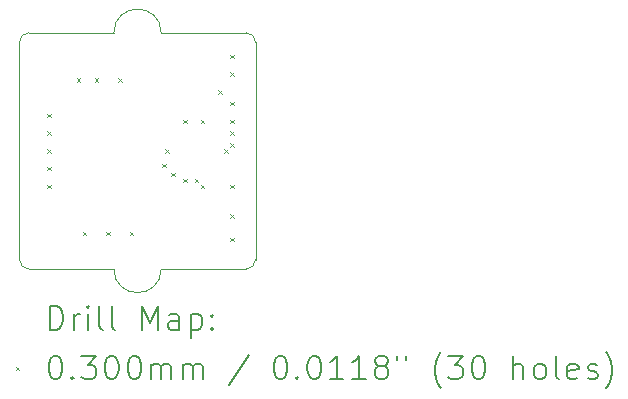
<source format=gbr>
%TF.GenerationSoftware,KiCad,Pcbnew,9.0.3*%
%TF.CreationDate,2025-07-12T02:05:46+02:00*%
%TF.ProjectId,ialed,69616c65-642e-46b6-9963-61645f706362,rev?*%
%TF.SameCoordinates,Original*%
%TF.FileFunction,Drillmap*%
%TF.FilePolarity,Positive*%
%FSLAX45Y45*%
G04 Gerber Fmt 4.5, Leading zero omitted, Abs format (unit mm)*
G04 Created by KiCad (PCBNEW 9.0.3) date 2025-07-12 02:05:46*
%MOMM*%
%LPD*%
G01*
G04 APERTURE LIST*
%ADD10C,0.050000*%
%ADD11C,0.200000*%
%ADD12C,0.100000*%
G04 APERTURE END LIST*
D10*
X1200000Y0D02*
X1920000Y0D01*
X800000Y0D02*
G75*
G02*
X1200000Y0I200000J0D01*
G01*
X2000000Y-1920000D02*
X2000000Y-80000D01*
X0Y-1920000D02*
X0Y-80000D01*
X80000Y0D02*
X800000Y0D01*
X80000Y-2000000D02*
X800000Y-2000000D01*
X2000000Y-1920000D02*
G75*
G02*
X1920000Y-2000000I-80000J0D01*
G01*
X1200000Y-2000000D02*
G75*
G02*
X800000Y-2000000I-200000J0D01*
G01*
X1200000Y-2000000D02*
X1920000Y-2000000D01*
X0Y-80000D02*
G75*
G02*
X80000Y0I80000J0D01*
G01*
X80000Y-2000000D02*
G75*
G02*
X0Y-1920000I0J80000D01*
G01*
X1920000Y0D02*
G75*
G02*
X2000000Y-80000I0J-80000D01*
G01*
D11*
D12*
X235000Y-685000D02*
X265000Y-715000D01*
X265000Y-685000D02*
X235000Y-715000D01*
X235000Y-835000D02*
X265000Y-865000D01*
X265000Y-835000D02*
X235000Y-865000D01*
X235000Y-985000D02*
X265000Y-1015000D01*
X265000Y-985000D02*
X235000Y-1015000D01*
X235000Y-1135000D02*
X265000Y-1165000D01*
X265000Y-1135000D02*
X235000Y-1165000D01*
X235000Y-1285000D02*
X265000Y-1315000D01*
X265000Y-1285000D02*
X235000Y-1315000D01*
X485000Y-385000D02*
X515000Y-415000D01*
X515000Y-385000D02*
X485000Y-415000D01*
X535000Y-1685000D02*
X565000Y-1715000D01*
X565000Y-1685000D02*
X535000Y-1715000D01*
X638798Y-385000D02*
X668798Y-415000D01*
X668798Y-385000D02*
X638798Y-415000D01*
X735000Y-1685000D02*
X765000Y-1715000D01*
X765000Y-1685000D02*
X735000Y-1715000D01*
X835000Y-385000D02*
X865000Y-415000D01*
X865000Y-385000D02*
X835000Y-415000D01*
X935000Y-1685000D02*
X965000Y-1715000D01*
X965000Y-1685000D02*
X935000Y-1715000D01*
X1210000Y-1110000D02*
X1240000Y-1140000D01*
X1240000Y-1110000D02*
X1210000Y-1140000D01*
X1235000Y-985000D02*
X1265000Y-1015000D01*
X1265000Y-985000D02*
X1235000Y-1015000D01*
X1285000Y-1185000D02*
X1315000Y-1215000D01*
X1315000Y-1185000D02*
X1285000Y-1215000D01*
X1385000Y-735000D02*
X1415000Y-765000D01*
X1415000Y-735000D02*
X1385000Y-765000D01*
X1385000Y-1235000D02*
X1415000Y-1265000D01*
X1415000Y-1235000D02*
X1385000Y-1265000D01*
X1485000Y-1235000D02*
X1515000Y-1265000D01*
X1515000Y-1235000D02*
X1485000Y-1265000D01*
X1535000Y-735000D02*
X1565000Y-765000D01*
X1565000Y-735000D02*
X1535000Y-765000D01*
X1535000Y-1285000D02*
X1565000Y-1315000D01*
X1565000Y-1285000D02*
X1535000Y-1315000D01*
X1685000Y-485000D02*
X1715000Y-515000D01*
X1715000Y-485000D02*
X1685000Y-515000D01*
X1735000Y-985000D02*
X1765000Y-1015000D01*
X1765000Y-985000D02*
X1735000Y-1015000D01*
X1785000Y-185000D02*
X1815000Y-215000D01*
X1815000Y-185000D02*
X1785000Y-215000D01*
X1785000Y-335000D02*
X1815000Y-365000D01*
X1815000Y-335000D02*
X1785000Y-365000D01*
X1785000Y-585000D02*
X1815000Y-615000D01*
X1815000Y-585000D02*
X1785000Y-615000D01*
X1785000Y-735000D02*
X1815000Y-765000D01*
X1815000Y-735000D02*
X1785000Y-765000D01*
X1785000Y-835000D02*
X1815000Y-865000D01*
X1815000Y-835000D02*
X1785000Y-865000D01*
X1785000Y-935000D02*
X1815000Y-965000D01*
X1815000Y-935000D02*
X1785000Y-965000D01*
X1785000Y-1285000D02*
X1815000Y-1315000D01*
X1815000Y-1285000D02*
X1785000Y-1315000D01*
X1785000Y-1535000D02*
X1815000Y-1565000D01*
X1815000Y-1535000D02*
X1785000Y-1565000D01*
X1785000Y-1735000D02*
X1815000Y-1765000D01*
X1815000Y-1735000D02*
X1785000Y-1765000D01*
D11*
X258277Y-2513984D02*
X258277Y-2313984D01*
X258277Y-2313984D02*
X305896Y-2313984D01*
X305896Y-2313984D02*
X334467Y-2323508D01*
X334467Y-2323508D02*
X353515Y-2342555D01*
X353515Y-2342555D02*
X363039Y-2361603D01*
X363039Y-2361603D02*
X372562Y-2399698D01*
X372562Y-2399698D02*
X372562Y-2428270D01*
X372562Y-2428270D02*
X363039Y-2466365D01*
X363039Y-2466365D02*
X353515Y-2485412D01*
X353515Y-2485412D02*
X334467Y-2504460D01*
X334467Y-2504460D02*
X305896Y-2513984D01*
X305896Y-2513984D02*
X258277Y-2513984D01*
X458277Y-2513984D02*
X458277Y-2380650D01*
X458277Y-2418746D02*
X467801Y-2399698D01*
X467801Y-2399698D02*
X477324Y-2390174D01*
X477324Y-2390174D02*
X496372Y-2380650D01*
X496372Y-2380650D02*
X515420Y-2380650D01*
X582086Y-2513984D02*
X582086Y-2380650D01*
X582086Y-2313984D02*
X572563Y-2323508D01*
X572563Y-2323508D02*
X582086Y-2333031D01*
X582086Y-2333031D02*
X591610Y-2323508D01*
X591610Y-2323508D02*
X582086Y-2313984D01*
X582086Y-2313984D02*
X582086Y-2333031D01*
X705896Y-2513984D02*
X686848Y-2504460D01*
X686848Y-2504460D02*
X677324Y-2485412D01*
X677324Y-2485412D02*
X677324Y-2313984D01*
X810658Y-2513984D02*
X791610Y-2504460D01*
X791610Y-2504460D02*
X782086Y-2485412D01*
X782086Y-2485412D02*
X782086Y-2313984D01*
X1039229Y-2513984D02*
X1039229Y-2313984D01*
X1039229Y-2313984D02*
X1105896Y-2456841D01*
X1105896Y-2456841D02*
X1172563Y-2313984D01*
X1172563Y-2313984D02*
X1172563Y-2513984D01*
X1353515Y-2513984D02*
X1353515Y-2409222D01*
X1353515Y-2409222D02*
X1343991Y-2390174D01*
X1343991Y-2390174D02*
X1324944Y-2380650D01*
X1324944Y-2380650D02*
X1286848Y-2380650D01*
X1286848Y-2380650D02*
X1267801Y-2390174D01*
X1353515Y-2504460D02*
X1334467Y-2513984D01*
X1334467Y-2513984D02*
X1286848Y-2513984D01*
X1286848Y-2513984D02*
X1267801Y-2504460D01*
X1267801Y-2504460D02*
X1258277Y-2485412D01*
X1258277Y-2485412D02*
X1258277Y-2466365D01*
X1258277Y-2466365D02*
X1267801Y-2447317D01*
X1267801Y-2447317D02*
X1286848Y-2437793D01*
X1286848Y-2437793D02*
X1334467Y-2437793D01*
X1334467Y-2437793D02*
X1353515Y-2428270D01*
X1448753Y-2380650D02*
X1448753Y-2580650D01*
X1448753Y-2390174D02*
X1467801Y-2380650D01*
X1467801Y-2380650D02*
X1505896Y-2380650D01*
X1505896Y-2380650D02*
X1524943Y-2390174D01*
X1524943Y-2390174D02*
X1534467Y-2399698D01*
X1534467Y-2399698D02*
X1543991Y-2418746D01*
X1543991Y-2418746D02*
X1543991Y-2475889D01*
X1543991Y-2475889D02*
X1534467Y-2494936D01*
X1534467Y-2494936D02*
X1524943Y-2504460D01*
X1524943Y-2504460D02*
X1505896Y-2513984D01*
X1505896Y-2513984D02*
X1467801Y-2513984D01*
X1467801Y-2513984D02*
X1448753Y-2504460D01*
X1629705Y-2494936D02*
X1639229Y-2504460D01*
X1639229Y-2504460D02*
X1629705Y-2513984D01*
X1629705Y-2513984D02*
X1620182Y-2504460D01*
X1620182Y-2504460D02*
X1629705Y-2494936D01*
X1629705Y-2494936D02*
X1629705Y-2513984D01*
X1629705Y-2390174D02*
X1639229Y-2399698D01*
X1639229Y-2399698D02*
X1629705Y-2409222D01*
X1629705Y-2409222D02*
X1620182Y-2399698D01*
X1620182Y-2399698D02*
X1629705Y-2390174D01*
X1629705Y-2390174D02*
X1629705Y-2409222D01*
D12*
X-32500Y-2827500D02*
X-2500Y-2857500D01*
X-2500Y-2827500D02*
X-32500Y-2857500D01*
D11*
X296372Y-2733984D02*
X315420Y-2733984D01*
X315420Y-2733984D02*
X334467Y-2743508D01*
X334467Y-2743508D02*
X343991Y-2753031D01*
X343991Y-2753031D02*
X353515Y-2772079D01*
X353515Y-2772079D02*
X363039Y-2810174D01*
X363039Y-2810174D02*
X363039Y-2857793D01*
X363039Y-2857793D02*
X353515Y-2895888D01*
X353515Y-2895888D02*
X343991Y-2914936D01*
X343991Y-2914936D02*
X334467Y-2924460D01*
X334467Y-2924460D02*
X315420Y-2933984D01*
X315420Y-2933984D02*
X296372Y-2933984D01*
X296372Y-2933984D02*
X277324Y-2924460D01*
X277324Y-2924460D02*
X267801Y-2914936D01*
X267801Y-2914936D02*
X258277Y-2895888D01*
X258277Y-2895888D02*
X248753Y-2857793D01*
X248753Y-2857793D02*
X248753Y-2810174D01*
X248753Y-2810174D02*
X258277Y-2772079D01*
X258277Y-2772079D02*
X267801Y-2753031D01*
X267801Y-2753031D02*
X277324Y-2743508D01*
X277324Y-2743508D02*
X296372Y-2733984D01*
X448753Y-2914936D02*
X458277Y-2924460D01*
X458277Y-2924460D02*
X448753Y-2933984D01*
X448753Y-2933984D02*
X439229Y-2924460D01*
X439229Y-2924460D02*
X448753Y-2914936D01*
X448753Y-2914936D02*
X448753Y-2933984D01*
X524944Y-2733984D02*
X648753Y-2733984D01*
X648753Y-2733984D02*
X582086Y-2810174D01*
X582086Y-2810174D02*
X610658Y-2810174D01*
X610658Y-2810174D02*
X629705Y-2819698D01*
X629705Y-2819698D02*
X639229Y-2829222D01*
X639229Y-2829222D02*
X648753Y-2848269D01*
X648753Y-2848269D02*
X648753Y-2895888D01*
X648753Y-2895888D02*
X639229Y-2914936D01*
X639229Y-2914936D02*
X629705Y-2924460D01*
X629705Y-2924460D02*
X610658Y-2933984D01*
X610658Y-2933984D02*
X553515Y-2933984D01*
X553515Y-2933984D02*
X534467Y-2924460D01*
X534467Y-2924460D02*
X524944Y-2914936D01*
X772562Y-2733984D02*
X791610Y-2733984D01*
X791610Y-2733984D02*
X810658Y-2743508D01*
X810658Y-2743508D02*
X820182Y-2753031D01*
X820182Y-2753031D02*
X829705Y-2772079D01*
X829705Y-2772079D02*
X839229Y-2810174D01*
X839229Y-2810174D02*
X839229Y-2857793D01*
X839229Y-2857793D02*
X829705Y-2895888D01*
X829705Y-2895888D02*
X820182Y-2914936D01*
X820182Y-2914936D02*
X810658Y-2924460D01*
X810658Y-2924460D02*
X791610Y-2933984D01*
X791610Y-2933984D02*
X772562Y-2933984D01*
X772562Y-2933984D02*
X753515Y-2924460D01*
X753515Y-2924460D02*
X743991Y-2914936D01*
X743991Y-2914936D02*
X734467Y-2895888D01*
X734467Y-2895888D02*
X724943Y-2857793D01*
X724943Y-2857793D02*
X724943Y-2810174D01*
X724943Y-2810174D02*
X734467Y-2772079D01*
X734467Y-2772079D02*
X743991Y-2753031D01*
X743991Y-2753031D02*
X753515Y-2743508D01*
X753515Y-2743508D02*
X772562Y-2733984D01*
X963039Y-2733984D02*
X982086Y-2733984D01*
X982086Y-2733984D02*
X1001134Y-2743508D01*
X1001134Y-2743508D02*
X1010658Y-2753031D01*
X1010658Y-2753031D02*
X1020182Y-2772079D01*
X1020182Y-2772079D02*
X1029705Y-2810174D01*
X1029705Y-2810174D02*
X1029705Y-2857793D01*
X1029705Y-2857793D02*
X1020182Y-2895888D01*
X1020182Y-2895888D02*
X1010658Y-2914936D01*
X1010658Y-2914936D02*
X1001134Y-2924460D01*
X1001134Y-2924460D02*
X982086Y-2933984D01*
X982086Y-2933984D02*
X963039Y-2933984D01*
X963039Y-2933984D02*
X943991Y-2924460D01*
X943991Y-2924460D02*
X934467Y-2914936D01*
X934467Y-2914936D02*
X924943Y-2895888D01*
X924943Y-2895888D02*
X915420Y-2857793D01*
X915420Y-2857793D02*
X915420Y-2810174D01*
X915420Y-2810174D02*
X924943Y-2772079D01*
X924943Y-2772079D02*
X934467Y-2753031D01*
X934467Y-2753031D02*
X943991Y-2743508D01*
X943991Y-2743508D02*
X963039Y-2733984D01*
X1115420Y-2933984D02*
X1115420Y-2800650D01*
X1115420Y-2819698D02*
X1124944Y-2810174D01*
X1124944Y-2810174D02*
X1143991Y-2800650D01*
X1143991Y-2800650D02*
X1172563Y-2800650D01*
X1172563Y-2800650D02*
X1191610Y-2810174D01*
X1191610Y-2810174D02*
X1201134Y-2829222D01*
X1201134Y-2829222D02*
X1201134Y-2933984D01*
X1201134Y-2829222D02*
X1210658Y-2810174D01*
X1210658Y-2810174D02*
X1229705Y-2800650D01*
X1229705Y-2800650D02*
X1258277Y-2800650D01*
X1258277Y-2800650D02*
X1277325Y-2810174D01*
X1277325Y-2810174D02*
X1286848Y-2829222D01*
X1286848Y-2829222D02*
X1286848Y-2933984D01*
X1382086Y-2933984D02*
X1382086Y-2800650D01*
X1382086Y-2819698D02*
X1391610Y-2810174D01*
X1391610Y-2810174D02*
X1410658Y-2800650D01*
X1410658Y-2800650D02*
X1439229Y-2800650D01*
X1439229Y-2800650D02*
X1458277Y-2810174D01*
X1458277Y-2810174D02*
X1467801Y-2829222D01*
X1467801Y-2829222D02*
X1467801Y-2933984D01*
X1467801Y-2829222D02*
X1477324Y-2810174D01*
X1477324Y-2810174D02*
X1496372Y-2800650D01*
X1496372Y-2800650D02*
X1524943Y-2800650D01*
X1524943Y-2800650D02*
X1543991Y-2810174D01*
X1543991Y-2810174D02*
X1553515Y-2829222D01*
X1553515Y-2829222D02*
X1553515Y-2933984D01*
X1943991Y-2724460D02*
X1772563Y-2981603D01*
X2201134Y-2733984D02*
X2220182Y-2733984D01*
X2220182Y-2733984D02*
X2239229Y-2743508D01*
X2239229Y-2743508D02*
X2248753Y-2753031D01*
X2248753Y-2753031D02*
X2258277Y-2772079D01*
X2258277Y-2772079D02*
X2267801Y-2810174D01*
X2267801Y-2810174D02*
X2267801Y-2857793D01*
X2267801Y-2857793D02*
X2258277Y-2895888D01*
X2258277Y-2895888D02*
X2248753Y-2914936D01*
X2248753Y-2914936D02*
X2239229Y-2924460D01*
X2239229Y-2924460D02*
X2220182Y-2933984D01*
X2220182Y-2933984D02*
X2201134Y-2933984D01*
X2201134Y-2933984D02*
X2182087Y-2924460D01*
X2182087Y-2924460D02*
X2172563Y-2914936D01*
X2172563Y-2914936D02*
X2163039Y-2895888D01*
X2163039Y-2895888D02*
X2153515Y-2857793D01*
X2153515Y-2857793D02*
X2153515Y-2810174D01*
X2153515Y-2810174D02*
X2163039Y-2772079D01*
X2163039Y-2772079D02*
X2172563Y-2753031D01*
X2172563Y-2753031D02*
X2182087Y-2743508D01*
X2182087Y-2743508D02*
X2201134Y-2733984D01*
X2353515Y-2914936D02*
X2363039Y-2924460D01*
X2363039Y-2924460D02*
X2353515Y-2933984D01*
X2353515Y-2933984D02*
X2343991Y-2924460D01*
X2343991Y-2924460D02*
X2353515Y-2914936D01*
X2353515Y-2914936D02*
X2353515Y-2933984D01*
X2486848Y-2733984D02*
X2505896Y-2733984D01*
X2505896Y-2733984D02*
X2524944Y-2743508D01*
X2524944Y-2743508D02*
X2534468Y-2753031D01*
X2534468Y-2753031D02*
X2543991Y-2772079D01*
X2543991Y-2772079D02*
X2553515Y-2810174D01*
X2553515Y-2810174D02*
X2553515Y-2857793D01*
X2553515Y-2857793D02*
X2543991Y-2895888D01*
X2543991Y-2895888D02*
X2534468Y-2914936D01*
X2534468Y-2914936D02*
X2524944Y-2924460D01*
X2524944Y-2924460D02*
X2505896Y-2933984D01*
X2505896Y-2933984D02*
X2486848Y-2933984D01*
X2486848Y-2933984D02*
X2467801Y-2924460D01*
X2467801Y-2924460D02*
X2458277Y-2914936D01*
X2458277Y-2914936D02*
X2448753Y-2895888D01*
X2448753Y-2895888D02*
X2439229Y-2857793D01*
X2439229Y-2857793D02*
X2439229Y-2810174D01*
X2439229Y-2810174D02*
X2448753Y-2772079D01*
X2448753Y-2772079D02*
X2458277Y-2753031D01*
X2458277Y-2753031D02*
X2467801Y-2743508D01*
X2467801Y-2743508D02*
X2486848Y-2733984D01*
X2743991Y-2933984D02*
X2629706Y-2933984D01*
X2686848Y-2933984D02*
X2686848Y-2733984D01*
X2686848Y-2733984D02*
X2667801Y-2762555D01*
X2667801Y-2762555D02*
X2648753Y-2781603D01*
X2648753Y-2781603D02*
X2629706Y-2791127D01*
X2934467Y-2933984D02*
X2820182Y-2933984D01*
X2877325Y-2933984D02*
X2877325Y-2733984D01*
X2877325Y-2733984D02*
X2858277Y-2762555D01*
X2858277Y-2762555D02*
X2839229Y-2781603D01*
X2839229Y-2781603D02*
X2820182Y-2791127D01*
X3048753Y-2819698D02*
X3029706Y-2810174D01*
X3029706Y-2810174D02*
X3020182Y-2800650D01*
X3020182Y-2800650D02*
X3010658Y-2781603D01*
X3010658Y-2781603D02*
X3010658Y-2772079D01*
X3010658Y-2772079D02*
X3020182Y-2753031D01*
X3020182Y-2753031D02*
X3029706Y-2743508D01*
X3029706Y-2743508D02*
X3048753Y-2733984D01*
X3048753Y-2733984D02*
X3086848Y-2733984D01*
X3086848Y-2733984D02*
X3105896Y-2743508D01*
X3105896Y-2743508D02*
X3115420Y-2753031D01*
X3115420Y-2753031D02*
X3124944Y-2772079D01*
X3124944Y-2772079D02*
X3124944Y-2781603D01*
X3124944Y-2781603D02*
X3115420Y-2800650D01*
X3115420Y-2800650D02*
X3105896Y-2810174D01*
X3105896Y-2810174D02*
X3086848Y-2819698D01*
X3086848Y-2819698D02*
X3048753Y-2819698D01*
X3048753Y-2819698D02*
X3029706Y-2829222D01*
X3029706Y-2829222D02*
X3020182Y-2838746D01*
X3020182Y-2838746D02*
X3010658Y-2857793D01*
X3010658Y-2857793D02*
X3010658Y-2895888D01*
X3010658Y-2895888D02*
X3020182Y-2914936D01*
X3020182Y-2914936D02*
X3029706Y-2924460D01*
X3029706Y-2924460D02*
X3048753Y-2933984D01*
X3048753Y-2933984D02*
X3086848Y-2933984D01*
X3086848Y-2933984D02*
X3105896Y-2924460D01*
X3105896Y-2924460D02*
X3115420Y-2914936D01*
X3115420Y-2914936D02*
X3124944Y-2895888D01*
X3124944Y-2895888D02*
X3124944Y-2857793D01*
X3124944Y-2857793D02*
X3115420Y-2838746D01*
X3115420Y-2838746D02*
X3105896Y-2829222D01*
X3105896Y-2829222D02*
X3086848Y-2819698D01*
X3201134Y-2733984D02*
X3201134Y-2772079D01*
X3277325Y-2733984D02*
X3277325Y-2772079D01*
X3572563Y-3010174D02*
X3563039Y-3000650D01*
X3563039Y-3000650D02*
X3543991Y-2972079D01*
X3543991Y-2972079D02*
X3534468Y-2953031D01*
X3534468Y-2953031D02*
X3524944Y-2924460D01*
X3524944Y-2924460D02*
X3515420Y-2876841D01*
X3515420Y-2876841D02*
X3515420Y-2838746D01*
X3515420Y-2838746D02*
X3524944Y-2791127D01*
X3524944Y-2791127D02*
X3534468Y-2762555D01*
X3534468Y-2762555D02*
X3543991Y-2743508D01*
X3543991Y-2743508D02*
X3563039Y-2714936D01*
X3563039Y-2714936D02*
X3572563Y-2705412D01*
X3629706Y-2733984D02*
X3753515Y-2733984D01*
X3753515Y-2733984D02*
X3686848Y-2810174D01*
X3686848Y-2810174D02*
X3715420Y-2810174D01*
X3715420Y-2810174D02*
X3734468Y-2819698D01*
X3734468Y-2819698D02*
X3743991Y-2829222D01*
X3743991Y-2829222D02*
X3753515Y-2848269D01*
X3753515Y-2848269D02*
X3753515Y-2895888D01*
X3753515Y-2895888D02*
X3743991Y-2914936D01*
X3743991Y-2914936D02*
X3734468Y-2924460D01*
X3734468Y-2924460D02*
X3715420Y-2933984D01*
X3715420Y-2933984D02*
X3658277Y-2933984D01*
X3658277Y-2933984D02*
X3639229Y-2924460D01*
X3639229Y-2924460D02*
X3629706Y-2914936D01*
X3877325Y-2733984D02*
X3896372Y-2733984D01*
X3896372Y-2733984D02*
X3915420Y-2743508D01*
X3915420Y-2743508D02*
X3924944Y-2753031D01*
X3924944Y-2753031D02*
X3934468Y-2772079D01*
X3934468Y-2772079D02*
X3943991Y-2810174D01*
X3943991Y-2810174D02*
X3943991Y-2857793D01*
X3943991Y-2857793D02*
X3934468Y-2895888D01*
X3934468Y-2895888D02*
X3924944Y-2914936D01*
X3924944Y-2914936D02*
X3915420Y-2924460D01*
X3915420Y-2924460D02*
X3896372Y-2933984D01*
X3896372Y-2933984D02*
X3877325Y-2933984D01*
X3877325Y-2933984D02*
X3858277Y-2924460D01*
X3858277Y-2924460D02*
X3848753Y-2914936D01*
X3848753Y-2914936D02*
X3839229Y-2895888D01*
X3839229Y-2895888D02*
X3829706Y-2857793D01*
X3829706Y-2857793D02*
X3829706Y-2810174D01*
X3829706Y-2810174D02*
X3839229Y-2772079D01*
X3839229Y-2772079D02*
X3848753Y-2753031D01*
X3848753Y-2753031D02*
X3858277Y-2743508D01*
X3858277Y-2743508D02*
X3877325Y-2733984D01*
X4182087Y-2933984D02*
X4182087Y-2733984D01*
X4267801Y-2933984D02*
X4267801Y-2829222D01*
X4267801Y-2829222D02*
X4258277Y-2810174D01*
X4258277Y-2810174D02*
X4239230Y-2800650D01*
X4239230Y-2800650D02*
X4210658Y-2800650D01*
X4210658Y-2800650D02*
X4191610Y-2810174D01*
X4191610Y-2810174D02*
X4182087Y-2819698D01*
X4391611Y-2933984D02*
X4372563Y-2924460D01*
X4372563Y-2924460D02*
X4363039Y-2914936D01*
X4363039Y-2914936D02*
X4353515Y-2895888D01*
X4353515Y-2895888D02*
X4353515Y-2838746D01*
X4353515Y-2838746D02*
X4363039Y-2819698D01*
X4363039Y-2819698D02*
X4372563Y-2810174D01*
X4372563Y-2810174D02*
X4391611Y-2800650D01*
X4391611Y-2800650D02*
X4420182Y-2800650D01*
X4420182Y-2800650D02*
X4439230Y-2810174D01*
X4439230Y-2810174D02*
X4448753Y-2819698D01*
X4448753Y-2819698D02*
X4458277Y-2838746D01*
X4458277Y-2838746D02*
X4458277Y-2895888D01*
X4458277Y-2895888D02*
X4448753Y-2914936D01*
X4448753Y-2914936D02*
X4439230Y-2924460D01*
X4439230Y-2924460D02*
X4420182Y-2933984D01*
X4420182Y-2933984D02*
X4391611Y-2933984D01*
X4572563Y-2933984D02*
X4553515Y-2924460D01*
X4553515Y-2924460D02*
X4543992Y-2905412D01*
X4543992Y-2905412D02*
X4543992Y-2733984D01*
X4724944Y-2924460D02*
X4705896Y-2933984D01*
X4705896Y-2933984D02*
X4667801Y-2933984D01*
X4667801Y-2933984D02*
X4648753Y-2924460D01*
X4648753Y-2924460D02*
X4639230Y-2905412D01*
X4639230Y-2905412D02*
X4639230Y-2829222D01*
X4639230Y-2829222D02*
X4648753Y-2810174D01*
X4648753Y-2810174D02*
X4667801Y-2800650D01*
X4667801Y-2800650D02*
X4705896Y-2800650D01*
X4705896Y-2800650D02*
X4724944Y-2810174D01*
X4724944Y-2810174D02*
X4734468Y-2829222D01*
X4734468Y-2829222D02*
X4734468Y-2848269D01*
X4734468Y-2848269D02*
X4639230Y-2867317D01*
X4810658Y-2924460D02*
X4829706Y-2933984D01*
X4829706Y-2933984D02*
X4867801Y-2933984D01*
X4867801Y-2933984D02*
X4886849Y-2924460D01*
X4886849Y-2924460D02*
X4896373Y-2905412D01*
X4896373Y-2905412D02*
X4896373Y-2895888D01*
X4896373Y-2895888D02*
X4886849Y-2876841D01*
X4886849Y-2876841D02*
X4867801Y-2867317D01*
X4867801Y-2867317D02*
X4839230Y-2867317D01*
X4839230Y-2867317D02*
X4820182Y-2857793D01*
X4820182Y-2857793D02*
X4810658Y-2838746D01*
X4810658Y-2838746D02*
X4810658Y-2829222D01*
X4810658Y-2829222D02*
X4820182Y-2810174D01*
X4820182Y-2810174D02*
X4839230Y-2800650D01*
X4839230Y-2800650D02*
X4867801Y-2800650D01*
X4867801Y-2800650D02*
X4886849Y-2810174D01*
X4963039Y-3010174D02*
X4972563Y-3000650D01*
X4972563Y-3000650D02*
X4991611Y-2972079D01*
X4991611Y-2972079D02*
X5001134Y-2953031D01*
X5001134Y-2953031D02*
X5010658Y-2924460D01*
X5010658Y-2924460D02*
X5020182Y-2876841D01*
X5020182Y-2876841D02*
X5020182Y-2838746D01*
X5020182Y-2838746D02*
X5010658Y-2791127D01*
X5010658Y-2791127D02*
X5001134Y-2762555D01*
X5001134Y-2762555D02*
X4991611Y-2743508D01*
X4991611Y-2743508D02*
X4972563Y-2714936D01*
X4972563Y-2714936D02*
X4963039Y-2705412D01*
M02*

</source>
